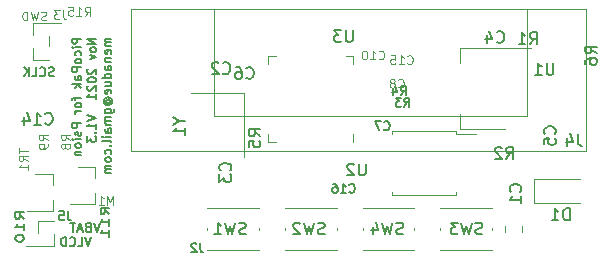
<source format=gbr>
G04 #@! TF.GenerationSoftware,KiCad,Pcbnew,5.1.5+dfsg1-2build2*
G04 #@! TF.CreationDate,2021-11-14T16:11:09+00:00*
G04 #@! TF.ProjectId,picopak,7069636f-7061-46b2-9e6b-696361645f70,rev?*
G04 #@! TF.SameCoordinates,Original*
G04 #@! TF.FileFunction,Legend,Bot*
G04 #@! TF.FilePolarity,Positive*
%FSLAX46Y46*%
G04 Gerber Fmt 4.6, Leading zero omitted, Abs format (unit mm)*
G04 Created by KiCad (PCBNEW 5.1.5+dfsg1-2build2) date 2021-11-14 16:11:09*
%MOMM*%
%LPD*%
G04 APERTURE LIST*
%ADD10C,0.150000*%
%ADD11C,0.100000*%
%ADD12C,0.120000*%
G04 APERTURE END LIST*
D10*
X167132142Y-87289285D02*
X166882142Y-88039285D01*
X166632142Y-87289285D01*
X166132142Y-87646428D02*
X166025000Y-87682142D01*
X165989285Y-87717857D01*
X165953571Y-87789285D01*
X165953571Y-87896428D01*
X165989285Y-87967857D01*
X166025000Y-88003571D01*
X166096428Y-88039285D01*
X166382142Y-88039285D01*
X166382142Y-87289285D01*
X166132142Y-87289285D01*
X166060714Y-87325000D01*
X166025000Y-87360714D01*
X165989285Y-87432142D01*
X165989285Y-87503571D01*
X166025000Y-87575000D01*
X166060714Y-87610714D01*
X166132142Y-87646428D01*
X166382142Y-87646428D01*
X165667857Y-87825000D02*
X165310714Y-87825000D01*
X165739285Y-88039285D02*
X165489285Y-87289285D01*
X165239285Y-88039285D01*
X165096428Y-87289285D02*
X164667857Y-87289285D01*
X164882142Y-88039285D02*
X164882142Y-87289285D01*
X166403571Y-88489285D02*
X166153571Y-89239285D01*
X165903571Y-88489285D01*
X165296428Y-89239285D02*
X165653571Y-89239285D01*
X165653571Y-88489285D01*
X164617857Y-89167857D02*
X164653571Y-89203571D01*
X164760714Y-89239285D01*
X164832142Y-89239285D01*
X164939285Y-89203571D01*
X165010714Y-89132142D01*
X165046428Y-89060714D01*
X165082142Y-88917857D01*
X165082142Y-88810714D01*
X165046428Y-88667857D01*
X165010714Y-88596428D01*
X164939285Y-88525000D01*
X164832142Y-88489285D01*
X164760714Y-88489285D01*
X164653571Y-88525000D01*
X164617857Y-88560714D01*
X164296428Y-89239285D02*
X164296428Y-88489285D01*
X164117857Y-88489285D01*
X164010714Y-88525000D01*
X163939285Y-88596428D01*
X163903571Y-88667857D01*
X163867857Y-88810714D01*
X163867857Y-88917857D01*
X163903571Y-89060714D01*
X163939285Y-89132142D01*
X164010714Y-89203571D01*
X164117857Y-89239285D01*
X164296428Y-89239285D01*
X165564285Y-71676071D02*
X164814285Y-71676071D01*
X164814285Y-71961785D01*
X164850000Y-72033214D01*
X164885714Y-72068928D01*
X164957142Y-72104642D01*
X165064285Y-72104642D01*
X165135714Y-72068928D01*
X165171428Y-72033214D01*
X165207142Y-71961785D01*
X165207142Y-71676071D01*
X165564285Y-72426071D02*
X165064285Y-72426071D01*
X164814285Y-72426071D02*
X164850000Y-72390357D01*
X164885714Y-72426071D01*
X164850000Y-72461785D01*
X164814285Y-72426071D01*
X164885714Y-72426071D01*
X165528571Y-73104642D02*
X165564285Y-73033214D01*
X165564285Y-72890357D01*
X165528571Y-72818928D01*
X165492857Y-72783214D01*
X165421428Y-72747500D01*
X165207142Y-72747500D01*
X165135714Y-72783214D01*
X165100000Y-72818928D01*
X165064285Y-72890357D01*
X165064285Y-73033214D01*
X165100000Y-73104642D01*
X165564285Y-73533214D02*
X165528571Y-73461785D01*
X165492857Y-73426071D01*
X165421428Y-73390357D01*
X165207142Y-73390357D01*
X165135714Y-73426071D01*
X165100000Y-73461785D01*
X165064285Y-73533214D01*
X165064285Y-73640357D01*
X165100000Y-73711785D01*
X165135714Y-73747500D01*
X165207142Y-73783214D01*
X165421428Y-73783214D01*
X165492857Y-73747500D01*
X165528571Y-73711785D01*
X165564285Y-73640357D01*
X165564285Y-73533214D01*
X165564285Y-74104642D02*
X164814285Y-74104642D01*
X164814285Y-74390357D01*
X164850000Y-74461785D01*
X164885714Y-74497500D01*
X164957142Y-74533214D01*
X165064285Y-74533214D01*
X165135714Y-74497500D01*
X165171428Y-74461785D01*
X165207142Y-74390357D01*
X165207142Y-74104642D01*
X165564285Y-75176071D02*
X165171428Y-75176071D01*
X165100000Y-75140357D01*
X165064285Y-75068928D01*
X165064285Y-74926071D01*
X165100000Y-74854642D01*
X165528571Y-75176071D02*
X165564285Y-75104642D01*
X165564285Y-74926071D01*
X165528571Y-74854642D01*
X165457142Y-74818928D01*
X165385714Y-74818928D01*
X165314285Y-74854642D01*
X165278571Y-74926071D01*
X165278571Y-75104642D01*
X165242857Y-75176071D01*
X165564285Y-75533214D02*
X164814285Y-75533214D01*
X165278571Y-75604642D02*
X165564285Y-75818928D01*
X165064285Y-75818928D02*
X165350000Y-75533214D01*
X165064285Y-76604642D02*
X165064285Y-76890357D01*
X165564285Y-76711785D02*
X164921428Y-76711785D01*
X164850000Y-76747500D01*
X164814285Y-76818928D01*
X164814285Y-76890357D01*
X165564285Y-77247500D02*
X165528571Y-77176071D01*
X165492857Y-77140357D01*
X165421428Y-77104642D01*
X165207142Y-77104642D01*
X165135714Y-77140357D01*
X165100000Y-77176071D01*
X165064285Y-77247500D01*
X165064285Y-77354642D01*
X165100000Y-77426071D01*
X165135714Y-77461785D01*
X165207142Y-77497500D01*
X165421428Y-77497500D01*
X165492857Y-77461785D01*
X165528571Y-77426071D01*
X165564285Y-77354642D01*
X165564285Y-77247500D01*
X165564285Y-77818928D02*
X165064285Y-77818928D01*
X165207142Y-77818928D02*
X165135714Y-77854642D01*
X165100000Y-77890357D01*
X165064285Y-77961785D01*
X165064285Y-78033214D01*
X165564285Y-78854642D02*
X164814285Y-78854642D01*
X164814285Y-79140357D01*
X164850000Y-79211785D01*
X164885714Y-79247500D01*
X164957142Y-79283214D01*
X165064285Y-79283214D01*
X165135714Y-79247500D01*
X165171428Y-79211785D01*
X165207142Y-79140357D01*
X165207142Y-78854642D01*
X165528571Y-79568928D02*
X165564285Y-79640357D01*
X165564285Y-79783214D01*
X165528571Y-79854642D01*
X165457142Y-79890357D01*
X165421428Y-79890357D01*
X165350000Y-79854642D01*
X165314285Y-79783214D01*
X165314285Y-79676071D01*
X165278571Y-79604642D01*
X165207142Y-79568928D01*
X165171428Y-79568928D01*
X165100000Y-79604642D01*
X165064285Y-79676071D01*
X165064285Y-79783214D01*
X165100000Y-79854642D01*
X165564285Y-80211785D02*
X165064285Y-80211785D01*
X164814285Y-80211785D02*
X164850000Y-80176071D01*
X164885714Y-80211785D01*
X164850000Y-80247500D01*
X164814285Y-80211785D01*
X164885714Y-80211785D01*
X165564285Y-80676071D02*
X165528571Y-80604642D01*
X165492857Y-80568928D01*
X165421428Y-80533214D01*
X165207142Y-80533214D01*
X165135714Y-80568928D01*
X165100000Y-80604642D01*
X165064285Y-80676071D01*
X165064285Y-80783214D01*
X165100000Y-80854642D01*
X165135714Y-80890357D01*
X165207142Y-80926071D01*
X165421428Y-80926071D01*
X165492857Y-80890357D01*
X165528571Y-80854642D01*
X165564285Y-80783214D01*
X165564285Y-80676071D01*
X165064285Y-81247500D02*
X165564285Y-81247500D01*
X165135714Y-81247500D02*
X165100000Y-81283214D01*
X165064285Y-81354642D01*
X165064285Y-81461785D01*
X165100000Y-81533214D01*
X165171428Y-81568928D01*
X165564285Y-81568928D01*
X166839285Y-71676071D02*
X166089285Y-71676071D01*
X166839285Y-72104642D01*
X166089285Y-72104642D01*
X166839285Y-72568928D02*
X166803571Y-72497500D01*
X166767857Y-72461785D01*
X166696428Y-72426071D01*
X166482142Y-72426071D01*
X166410714Y-72461785D01*
X166375000Y-72497500D01*
X166339285Y-72568928D01*
X166339285Y-72676071D01*
X166375000Y-72747500D01*
X166410714Y-72783214D01*
X166482142Y-72818928D01*
X166696428Y-72818928D01*
X166767857Y-72783214D01*
X166803571Y-72747500D01*
X166839285Y-72676071D01*
X166839285Y-72568928D01*
X166339285Y-73068928D02*
X166839285Y-73247500D01*
X166339285Y-73426071D01*
X166160714Y-74247500D02*
X166125000Y-74283214D01*
X166089285Y-74354642D01*
X166089285Y-74533214D01*
X166125000Y-74604642D01*
X166160714Y-74640357D01*
X166232142Y-74676071D01*
X166303571Y-74676071D01*
X166410714Y-74640357D01*
X166839285Y-74211785D01*
X166839285Y-74676071D01*
X166089285Y-75140357D02*
X166089285Y-75211785D01*
X166125000Y-75283214D01*
X166160714Y-75318928D01*
X166232142Y-75354642D01*
X166375000Y-75390357D01*
X166553571Y-75390357D01*
X166696428Y-75354642D01*
X166767857Y-75318928D01*
X166803571Y-75283214D01*
X166839285Y-75211785D01*
X166839285Y-75140357D01*
X166803571Y-75068928D01*
X166767857Y-75033214D01*
X166696428Y-74997500D01*
X166553571Y-74961785D01*
X166375000Y-74961785D01*
X166232142Y-74997500D01*
X166160714Y-75033214D01*
X166125000Y-75068928D01*
X166089285Y-75140357D01*
X166160714Y-75676071D02*
X166125000Y-75711785D01*
X166089285Y-75783214D01*
X166089285Y-75961785D01*
X166125000Y-76033214D01*
X166160714Y-76068928D01*
X166232142Y-76104642D01*
X166303571Y-76104642D01*
X166410714Y-76068928D01*
X166839285Y-75640357D01*
X166839285Y-76104642D01*
X166839285Y-76818928D02*
X166839285Y-76390357D01*
X166839285Y-76604642D02*
X166089285Y-76604642D01*
X166196428Y-76533214D01*
X166267857Y-76461785D01*
X166303571Y-76390357D01*
X166089285Y-78176071D02*
X166839285Y-78426071D01*
X166089285Y-78676071D01*
X166839285Y-79318928D02*
X166839285Y-78890357D01*
X166839285Y-79104642D02*
X166089285Y-79104642D01*
X166196428Y-79033214D01*
X166267857Y-78961785D01*
X166303571Y-78890357D01*
X166767857Y-79640357D02*
X166803571Y-79676071D01*
X166839285Y-79640357D01*
X166803571Y-79604642D01*
X166767857Y-79640357D01*
X166839285Y-79640357D01*
X166089285Y-79926071D02*
X166089285Y-80390357D01*
X166375000Y-80140357D01*
X166375000Y-80247500D01*
X166410714Y-80318928D01*
X166446428Y-80354642D01*
X166517857Y-80390357D01*
X166696428Y-80390357D01*
X166767857Y-80354642D01*
X166803571Y-80318928D01*
X166839285Y-80247500D01*
X166839285Y-80033214D01*
X166803571Y-79961785D01*
X166767857Y-79926071D01*
X168114285Y-71676071D02*
X167614285Y-71676071D01*
X167685714Y-71676071D02*
X167650000Y-71711785D01*
X167614285Y-71783214D01*
X167614285Y-71890357D01*
X167650000Y-71961785D01*
X167721428Y-71997500D01*
X168114285Y-71997500D01*
X167721428Y-71997500D02*
X167650000Y-72033214D01*
X167614285Y-72104642D01*
X167614285Y-72211785D01*
X167650000Y-72283214D01*
X167721428Y-72318928D01*
X168114285Y-72318928D01*
X168078571Y-72961785D02*
X168114285Y-72890357D01*
X168114285Y-72747500D01*
X168078571Y-72676071D01*
X168007142Y-72640357D01*
X167721428Y-72640357D01*
X167650000Y-72676071D01*
X167614285Y-72747500D01*
X167614285Y-72890357D01*
X167650000Y-72961785D01*
X167721428Y-72997500D01*
X167792857Y-72997500D01*
X167864285Y-72640357D01*
X167614285Y-73318928D02*
X168114285Y-73318928D01*
X167685714Y-73318928D02*
X167650000Y-73354642D01*
X167614285Y-73426071D01*
X167614285Y-73533214D01*
X167650000Y-73604642D01*
X167721428Y-73640357D01*
X168114285Y-73640357D01*
X168114285Y-74318928D02*
X167721428Y-74318928D01*
X167650000Y-74283214D01*
X167614285Y-74211785D01*
X167614285Y-74068928D01*
X167650000Y-73997500D01*
X168078571Y-74318928D02*
X168114285Y-74247500D01*
X168114285Y-74068928D01*
X168078571Y-73997500D01*
X168007142Y-73961785D01*
X167935714Y-73961785D01*
X167864285Y-73997500D01*
X167828571Y-74068928D01*
X167828571Y-74247500D01*
X167792857Y-74318928D01*
X168114285Y-74997500D02*
X167364285Y-74997500D01*
X168078571Y-74997500D02*
X168114285Y-74926071D01*
X168114285Y-74783214D01*
X168078571Y-74711785D01*
X168042857Y-74676071D01*
X167971428Y-74640357D01*
X167757142Y-74640357D01*
X167685714Y-74676071D01*
X167650000Y-74711785D01*
X167614285Y-74783214D01*
X167614285Y-74926071D01*
X167650000Y-74997500D01*
X167614285Y-75676071D02*
X168114285Y-75676071D01*
X167614285Y-75354642D02*
X168007142Y-75354642D01*
X168078571Y-75390357D01*
X168114285Y-75461785D01*
X168114285Y-75568928D01*
X168078571Y-75640357D01*
X168042857Y-75676071D01*
X168078571Y-76318928D02*
X168114285Y-76247500D01*
X168114285Y-76104642D01*
X168078571Y-76033214D01*
X168007142Y-75997500D01*
X167721428Y-75997500D01*
X167650000Y-76033214D01*
X167614285Y-76104642D01*
X167614285Y-76247500D01*
X167650000Y-76318928D01*
X167721428Y-76354642D01*
X167792857Y-76354642D01*
X167864285Y-75997500D01*
X167757142Y-77140357D02*
X167721428Y-77104642D01*
X167685714Y-77033214D01*
X167685714Y-76961785D01*
X167721428Y-76890357D01*
X167757142Y-76854642D01*
X167828571Y-76818928D01*
X167900000Y-76818928D01*
X167971428Y-76854642D01*
X168007142Y-76890357D01*
X168042857Y-76961785D01*
X168042857Y-77033214D01*
X168007142Y-77104642D01*
X167971428Y-77140357D01*
X167685714Y-77140357D02*
X167971428Y-77140357D01*
X168007142Y-77176071D01*
X168007142Y-77211785D01*
X167971428Y-77283214D01*
X167900000Y-77318928D01*
X167721428Y-77318928D01*
X167614285Y-77247500D01*
X167542857Y-77140357D01*
X167507142Y-76997500D01*
X167542857Y-76854642D01*
X167614285Y-76747500D01*
X167721428Y-76676071D01*
X167864285Y-76640357D01*
X168007142Y-76676071D01*
X168114285Y-76747500D01*
X168185714Y-76854642D01*
X168221428Y-76997500D01*
X168185714Y-77140357D01*
X168114285Y-77247500D01*
X167614285Y-77961785D02*
X168221428Y-77961785D01*
X168292857Y-77926071D01*
X168328571Y-77890357D01*
X168364285Y-77818928D01*
X168364285Y-77711785D01*
X168328571Y-77640357D01*
X168078571Y-77961785D02*
X168114285Y-77890357D01*
X168114285Y-77747500D01*
X168078571Y-77676071D01*
X168042857Y-77640357D01*
X167971428Y-77604642D01*
X167757142Y-77604642D01*
X167685714Y-77640357D01*
X167650000Y-77676071D01*
X167614285Y-77747500D01*
X167614285Y-77890357D01*
X167650000Y-77961785D01*
X168114285Y-78318928D02*
X167614285Y-78318928D01*
X167685714Y-78318928D02*
X167650000Y-78354642D01*
X167614285Y-78426071D01*
X167614285Y-78533214D01*
X167650000Y-78604642D01*
X167721428Y-78640357D01*
X168114285Y-78640357D01*
X167721428Y-78640357D02*
X167650000Y-78676071D01*
X167614285Y-78747500D01*
X167614285Y-78854642D01*
X167650000Y-78926071D01*
X167721428Y-78961785D01*
X168114285Y-78961785D01*
X168114285Y-79640357D02*
X167721428Y-79640357D01*
X167650000Y-79604642D01*
X167614285Y-79533214D01*
X167614285Y-79390357D01*
X167650000Y-79318928D01*
X168078571Y-79640357D02*
X168114285Y-79568928D01*
X168114285Y-79390357D01*
X168078571Y-79318928D01*
X168007142Y-79283214D01*
X167935714Y-79283214D01*
X167864285Y-79318928D01*
X167828571Y-79390357D01*
X167828571Y-79568928D01*
X167792857Y-79640357D01*
X168114285Y-79997500D02*
X167614285Y-79997500D01*
X167364285Y-79997500D02*
X167400000Y-79961785D01*
X167435714Y-79997500D01*
X167400000Y-80033214D01*
X167364285Y-79997500D01*
X167435714Y-79997500D01*
X168114285Y-80461785D02*
X168078571Y-80390357D01*
X168007142Y-80354642D01*
X167364285Y-80354642D01*
X168042857Y-80747500D02*
X168078571Y-80783214D01*
X168114285Y-80747500D01*
X168078571Y-80711785D01*
X168042857Y-80747500D01*
X168114285Y-80747500D01*
X168078571Y-81426071D02*
X168114285Y-81354642D01*
X168114285Y-81211785D01*
X168078571Y-81140357D01*
X168042857Y-81104642D01*
X167971428Y-81068928D01*
X167757142Y-81068928D01*
X167685714Y-81104642D01*
X167650000Y-81140357D01*
X167614285Y-81211785D01*
X167614285Y-81354642D01*
X167650000Y-81426071D01*
X168114285Y-81854642D02*
X168078571Y-81783214D01*
X168042857Y-81747500D01*
X167971428Y-81711785D01*
X167757142Y-81711785D01*
X167685714Y-81747500D01*
X167650000Y-81783214D01*
X167614285Y-81854642D01*
X167614285Y-81961785D01*
X167650000Y-82033214D01*
X167685714Y-82068928D01*
X167757142Y-82104642D01*
X167971428Y-82104642D01*
X168042857Y-82068928D01*
X168078571Y-82033214D01*
X168114285Y-81961785D01*
X168114285Y-81854642D01*
X168114285Y-82426071D02*
X167614285Y-82426071D01*
X167685714Y-82426071D02*
X167650000Y-82461785D01*
X167614285Y-82533214D01*
X167614285Y-82640357D01*
X167650000Y-82711785D01*
X167721428Y-82747500D01*
X168114285Y-82747500D01*
X167721428Y-82747500D02*
X167650000Y-82783214D01*
X167614285Y-82854642D01*
X167614285Y-82961785D01*
X167650000Y-83033214D01*
X167721428Y-83068928D01*
X168114285Y-83068928D01*
X163267857Y-74803571D02*
X163160714Y-74839285D01*
X162982142Y-74839285D01*
X162910714Y-74803571D01*
X162875000Y-74767857D01*
X162839285Y-74696428D01*
X162839285Y-74625000D01*
X162875000Y-74553571D01*
X162910714Y-74517857D01*
X162982142Y-74482142D01*
X163125000Y-74446428D01*
X163196428Y-74410714D01*
X163232142Y-74375000D01*
X163267857Y-74303571D01*
X163267857Y-74232142D01*
X163232142Y-74160714D01*
X163196428Y-74125000D01*
X163125000Y-74089285D01*
X162946428Y-74089285D01*
X162839285Y-74125000D01*
X162089285Y-74767857D02*
X162125000Y-74803571D01*
X162232142Y-74839285D01*
X162303571Y-74839285D01*
X162410714Y-74803571D01*
X162482142Y-74732142D01*
X162517857Y-74660714D01*
X162553571Y-74517857D01*
X162553571Y-74410714D01*
X162517857Y-74267857D01*
X162482142Y-74196428D01*
X162410714Y-74125000D01*
X162303571Y-74089285D01*
X162232142Y-74089285D01*
X162125000Y-74125000D01*
X162089285Y-74160714D01*
X161410714Y-74839285D02*
X161767857Y-74839285D01*
X161767857Y-74089285D01*
X161160714Y-74839285D02*
X161160714Y-74089285D01*
X160732142Y-74839285D02*
X161053571Y-74410714D01*
X160732142Y-74089285D02*
X161160714Y-74517857D01*
D11*
X162617857Y-70103571D02*
X162510714Y-70139285D01*
X162332142Y-70139285D01*
X162260714Y-70103571D01*
X162225000Y-70067857D01*
X162189285Y-69996428D01*
X162189285Y-69925000D01*
X162225000Y-69853571D01*
X162260714Y-69817857D01*
X162332142Y-69782142D01*
X162475000Y-69746428D01*
X162546428Y-69710714D01*
X162582142Y-69675000D01*
X162617857Y-69603571D01*
X162617857Y-69532142D01*
X162582142Y-69460714D01*
X162546428Y-69425000D01*
X162475000Y-69389285D01*
X162296428Y-69389285D01*
X162189285Y-69425000D01*
X161939285Y-69389285D02*
X161760714Y-70139285D01*
X161617857Y-69603571D01*
X161475000Y-70139285D01*
X161296428Y-69389285D01*
X161010714Y-70139285D02*
X161010714Y-69389285D01*
X160832142Y-69389285D01*
X160725000Y-69425000D01*
X160653571Y-69496428D01*
X160617857Y-69567857D01*
X160582142Y-69710714D01*
X160582142Y-69817857D01*
X160617857Y-69960714D01*
X160653571Y-70032142D01*
X160725000Y-70103571D01*
X160832142Y-70139285D01*
X161010714Y-70139285D01*
D12*
X166760000Y-82520000D02*
X165300000Y-82520000D01*
X166760000Y-85680000D02*
X164600000Y-85680000D01*
X166760000Y-85680000D02*
X166760000Y-84750000D01*
X166760000Y-82520000D02*
X166760000Y-83450000D01*
X163160000Y-83120000D02*
X161700000Y-83120000D01*
X163160000Y-86280000D02*
X161000000Y-86280000D01*
X163160000Y-86280000D02*
X163160000Y-85350000D01*
X163160000Y-83120000D02*
X163160000Y-84050000D01*
X161905000Y-88140000D02*
X161905000Y-87140000D01*
X163295000Y-89260000D02*
X163295000Y-88260000D01*
X163295000Y-87140000D02*
X163295000Y-87140000D01*
X161905000Y-89260000D02*
X161905000Y-89260000D01*
X161905000Y-89260000D02*
X160910000Y-89260000D01*
X161905000Y-87140000D02*
X163295000Y-87140000D01*
X161905000Y-89260000D02*
X163295000Y-89260000D01*
X203950000Y-85600000D02*
X207850000Y-85600000D01*
X203950000Y-83600000D02*
X207850000Y-83600000D01*
X203950000Y-85600000D02*
X203950000Y-83600000D01*
X162895000Y-71460000D02*
X162895000Y-72340000D01*
X161505000Y-72460000D02*
X161505000Y-73460000D01*
X161505000Y-70340000D02*
X161505000Y-71340000D01*
X161505000Y-73460000D02*
X161505000Y-73460000D01*
X162895000Y-70340000D02*
X162895000Y-70340000D01*
X162895000Y-70340000D02*
X163890000Y-70340000D01*
X162895000Y-73460000D02*
X161505000Y-73460000D01*
X162895000Y-70340000D02*
X161505000Y-70340000D01*
X188610000Y-73840000D02*
X188610000Y-73190000D01*
X188610000Y-73190000D02*
X187960000Y-73190000D01*
X181390000Y-79760000D02*
X181390000Y-80410000D01*
X181390000Y-80410000D02*
X182040000Y-80410000D01*
X181390000Y-73840000D02*
X181390000Y-73190000D01*
X181390000Y-73190000D02*
X182040000Y-73190000D01*
X188610000Y-79760000D02*
X188610000Y-80410000D01*
X179400000Y-76300000D02*
X179400000Y-81700000D01*
X174900000Y-76300000D02*
X179400000Y-76300000D01*
X203300000Y-69200000D02*
X203300000Y-69700000D01*
X208300000Y-69200000D02*
X203300000Y-69200000D01*
X176800000Y-69200000D02*
X176800000Y-78200000D01*
X203300000Y-69200000D02*
X176800000Y-69200000D01*
X203300000Y-78200000D02*
X203300000Y-69200000D01*
X176800000Y-78200000D02*
X203300000Y-78200000D01*
X169800000Y-81200000D02*
X208300000Y-81200000D01*
X169800000Y-69200000D02*
X169800000Y-81200000D01*
X208300000Y-69200000D02*
X169800000Y-69200000D01*
X208300000Y-81200000D02*
X208300000Y-69200000D01*
X193800000Y-87850000D02*
X193800000Y-87750000D01*
X189400000Y-86050000D02*
X193800000Y-86050000D01*
X193800000Y-89550000D02*
X189400000Y-89550000D01*
X189400000Y-87850000D02*
X189400000Y-87750000D01*
X200400000Y-87850000D02*
X200400000Y-87750000D01*
X196000000Y-86050000D02*
X200400000Y-86050000D01*
X200400000Y-89550000D02*
X196000000Y-89550000D01*
X196000000Y-87850000D02*
X196000000Y-87750000D01*
X187200000Y-87850000D02*
X187200000Y-87750000D01*
X182800000Y-86050000D02*
X187200000Y-86050000D01*
X187200000Y-89550000D02*
X182800000Y-89550000D01*
X182800000Y-87850000D02*
X182800000Y-87750000D01*
X180600000Y-87850000D02*
X180600000Y-87750000D01*
X176200000Y-86050000D02*
X180600000Y-86050000D01*
X180600000Y-89550000D02*
X176200000Y-89550000D01*
X176200000Y-87850000D02*
X176200000Y-87750000D01*
X197325000Y-79735000D02*
X199000000Y-79735000D01*
X197325000Y-79475000D02*
X197325000Y-79735000D01*
X194600000Y-79475000D02*
X197325000Y-79475000D01*
X191875000Y-79475000D02*
X191875000Y-79735000D01*
X194600000Y-79475000D02*
X191875000Y-79475000D01*
X197325000Y-84925000D02*
X197325000Y-84665000D01*
X194600000Y-84925000D02*
X197325000Y-84925000D01*
X191875000Y-84925000D02*
X191875000Y-84665000D01*
X194600000Y-84925000D02*
X191875000Y-84925000D01*
X203700000Y-72490000D02*
X197690000Y-72490000D01*
X201450000Y-79310000D02*
X197690000Y-79310000D01*
X197690000Y-72490000D02*
X197690000Y-73750000D01*
X197690000Y-79310000D02*
X197690000Y-78050000D01*
X202910000Y-87541422D02*
X202910000Y-88058578D01*
X201490000Y-87541422D02*
X201490000Y-88058578D01*
D11*
X168307142Y-85739285D02*
X168307142Y-84989285D01*
X168057142Y-85525000D01*
X167807142Y-84989285D01*
X167807142Y-85739285D01*
X167057142Y-85739285D02*
X167485714Y-85739285D01*
X167271428Y-85739285D02*
X167271428Y-84989285D01*
X167342857Y-85096428D01*
X167414285Y-85167857D01*
X167485714Y-85203571D01*
D10*
X167916666Y-86557142D02*
X167583333Y-86223809D01*
X167916666Y-85985714D02*
X167216666Y-85985714D01*
X167216666Y-86366666D01*
X167250000Y-86461904D01*
X167283333Y-86509523D01*
X167350000Y-86557142D01*
X167450000Y-86557142D01*
X167516666Y-86509523D01*
X167550000Y-86461904D01*
X167583333Y-86366666D01*
X167583333Y-85985714D01*
X167916666Y-87509523D02*
X167916666Y-86938095D01*
X167916666Y-87223809D02*
X167216666Y-87223809D01*
X167316666Y-87128571D01*
X167383333Y-87033333D01*
X167416666Y-86938095D01*
X167916666Y-88461904D02*
X167916666Y-87890476D01*
X167916666Y-88176190D02*
X167216666Y-88176190D01*
X167316666Y-88080952D01*
X167383333Y-87985714D01*
X167416666Y-87890476D01*
X160716666Y-86957142D02*
X160383333Y-86623809D01*
X160716666Y-86385714D02*
X160016666Y-86385714D01*
X160016666Y-86766666D01*
X160050000Y-86861904D01*
X160083333Y-86909523D01*
X160150000Y-86957142D01*
X160250000Y-86957142D01*
X160316666Y-86909523D01*
X160350000Y-86861904D01*
X160383333Y-86766666D01*
X160383333Y-86385714D01*
X160716666Y-87909523D02*
X160716666Y-87338095D01*
X160716666Y-87623809D02*
X160016666Y-87623809D01*
X160116666Y-87528571D01*
X160183333Y-87433333D01*
X160216666Y-87338095D01*
X160016666Y-88528571D02*
X160016666Y-88623809D01*
X160050000Y-88719047D01*
X160083333Y-88766666D01*
X160150000Y-88814285D01*
X160283333Y-88861904D01*
X160450000Y-88861904D01*
X160583333Y-88814285D01*
X160650000Y-88766666D01*
X160683333Y-88719047D01*
X160716666Y-88623809D01*
X160716666Y-88528571D01*
X160683333Y-88433333D01*
X160650000Y-88385714D01*
X160583333Y-88338095D01*
X160450000Y-88290476D01*
X160283333Y-88290476D01*
X160150000Y-88338095D01*
X160083333Y-88385714D01*
X160050000Y-88433333D01*
X160016666Y-88528571D01*
D11*
X162739285Y-80275000D02*
X162382142Y-80025000D01*
X162739285Y-79846428D02*
X161989285Y-79846428D01*
X161989285Y-80132142D01*
X162025000Y-80203571D01*
X162060714Y-80239285D01*
X162132142Y-80275000D01*
X162239285Y-80275000D01*
X162310714Y-80239285D01*
X162346428Y-80203571D01*
X162382142Y-80132142D01*
X162382142Y-79846428D01*
X162739285Y-80632142D02*
X162739285Y-80775000D01*
X162703571Y-80846428D01*
X162667857Y-80882142D01*
X162560714Y-80953571D01*
X162417857Y-80989285D01*
X162132142Y-80989285D01*
X162060714Y-80953571D01*
X162025000Y-80917857D01*
X161989285Y-80846428D01*
X161989285Y-80703571D01*
X162025000Y-80632142D01*
X162060714Y-80596428D01*
X162132142Y-80560714D01*
X162310714Y-80560714D01*
X162382142Y-80596428D01*
X162417857Y-80632142D01*
X162453571Y-80703571D01*
X162453571Y-80846428D01*
X162417857Y-80917857D01*
X162382142Y-80953571D01*
X162310714Y-80989285D01*
X164639285Y-80275000D02*
X164282142Y-80025000D01*
X164639285Y-79846428D02*
X163889285Y-79846428D01*
X163889285Y-80132142D01*
X163925000Y-80203571D01*
X163960714Y-80239285D01*
X164032142Y-80275000D01*
X164139285Y-80275000D01*
X164210714Y-80239285D01*
X164246428Y-80203571D01*
X164282142Y-80132142D01*
X164282142Y-79846428D01*
X164210714Y-80703571D02*
X164175000Y-80632142D01*
X164139285Y-80596428D01*
X164067857Y-80560714D01*
X164032142Y-80560714D01*
X163960714Y-80596428D01*
X163925000Y-80632142D01*
X163889285Y-80703571D01*
X163889285Y-80846428D01*
X163925000Y-80917857D01*
X163960714Y-80953571D01*
X164032142Y-80989285D01*
X164067857Y-80989285D01*
X164139285Y-80953571D01*
X164175000Y-80917857D01*
X164210714Y-80846428D01*
X164210714Y-80703571D01*
X164246428Y-80632142D01*
X164282142Y-80596428D01*
X164353571Y-80560714D01*
X164496428Y-80560714D01*
X164567857Y-80596428D01*
X164603571Y-80632142D01*
X164639285Y-80703571D01*
X164639285Y-80846428D01*
X164603571Y-80917857D01*
X164567857Y-80953571D01*
X164496428Y-80989285D01*
X164353571Y-80989285D01*
X164282142Y-80953571D01*
X164246428Y-80917857D01*
X164210714Y-80846428D01*
X160289285Y-80953571D02*
X160289285Y-81382142D01*
X161039285Y-81167857D02*
X160289285Y-81167857D01*
X161039285Y-82060714D02*
X160682142Y-81810714D01*
X161039285Y-81632142D02*
X160289285Y-81632142D01*
X160289285Y-81917857D01*
X160325000Y-81989285D01*
X160360714Y-82025000D01*
X160432142Y-82060714D01*
X160539285Y-82060714D01*
X160610714Y-82025000D01*
X160646428Y-81989285D01*
X160682142Y-81917857D01*
X160682142Y-81632142D01*
X161039285Y-82775000D02*
X161039285Y-82346428D01*
X161039285Y-82560714D02*
X160289285Y-82560714D01*
X160396428Y-82489285D01*
X160467857Y-82417857D01*
X160503571Y-82346428D01*
D10*
X164450000Y-86289285D02*
X164450000Y-86825000D01*
X164485714Y-86932142D01*
X164557142Y-87003571D01*
X164664285Y-87039285D01*
X164735714Y-87039285D01*
X163735714Y-86289285D02*
X164092857Y-86289285D01*
X164128571Y-86646428D01*
X164092857Y-86610714D01*
X164021428Y-86575000D01*
X163842857Y-86575000D01*
X163771428Y-86610714D01*
X163735714Y-86646428D01*
X163700000Y-86717857D01*
X163700000Y-86896428D01*
X163735714Y-86967857D01*
X163771428Y-87003571D01*
X163842857Y-87039285D01*
X164021428Y-87039285D01*
X164092857Y-87003571D01*
X164128571Y-86967857D01*
X206938095Y-87052380D02*
X206938095Y-86052380D01*
X206700000Y-86052380D01*
X206557142Y-86100000D01*
X206461904Y-86195238D01*
X206414285Y-86290476D01*
X206366666Y-86480952D01*
X206366666Y-86623809D01*
X206414285Y-86814285D01*
X206461904Y-86909523D01*
X206557142Y-87004761D01*
X206700000Y-87052380D01*
X206938095Y-87052380D01*
X205414285Y-87052380D02*
X205985714Y-87052380D01*
X205700000Y-87052380D02*
X205700000Y-86052380D01*
X205795238Y-86195238D01*
X205890476Y-86290476D01*
X205985714Y-86338095D01*
D11*
X164050000Y-69289285D02*
X164050000Y-69825000D01*
X164085714Y-69932142D01*
X164157142Y-70003571D01*
X164264285Y-70039285D01*
X164335714Y-70039285D01*
X163764285Y-69289285D02*
X163300000Y-69289285D01*
X163550000Y-69575000D01*
X163442857Y-69575000D01*
X163371428Y-69610714D01*
X163335714Y-69646428D01*
X163300000Y-69717857D01*
X163300000Y-69896428D01*
X163335714Y-69967857D01*
X163371428Y-70003571D01*
X163442857Y-70039285D01*
X163657142Y-70039285D01*
X163728571Y-70003571D01*
X163764285Y-69967857D01*
D10*
X200766666Y-71957142D02*
X200814285Y-72004761D01*
X200957142Y-72052380D01*
X201052380Y-72052380D01*
X201195238Y-72004761D01*
X201290476Y-71909523D01*
X201338095Y-71814285D01*
X201385714Y-71623809D01*
X201385714Y-71480952D01*
X201338095Y-71290476D01*
X201290476Y-71195238D01*
X201195238Y-71100000D01*
X201052380Y-71052380D01*
X200957142Y-71052380D01*
X200814285Y-71100000D01*
X200766666Y-71147619D01*
X199909523Y-71385714D02*
X199909523Y-72052380D01*
X200147619Y-71004761D02*
X200385714Y-71719047D01*
X199766666Y-71719047D01*
X177566666Y-74587142D02*
X177614285Y-74634761D01*
X177757142Y-74682380D01*
X177852380Y-74682380D01*
X177995238Y-74634761D01*
X178090476Y-74539523D01*
X178138095Y-74444285D01*
X178185714Y-74253809D01*
X178185714Y-74110952D01*
X178138095Y-73920476D01*
X178090476Y-73825238D01*
X177995238Y-73730000D01*
X177852380Y-73682380D01*
X177757142Y-73682380D01*
X177614285Y-73730000D01*
X177566666Y-73777619D01*
X177185714Y-73777619D02*
X177138095Y-73730000D01*
X177042857Y-73682380D01*
X176804761Y-73682380D01*
X176709523Y-73730000D01*
X176661904Y-73777619D01*
X176614285Y-73872857D01*
X176614285Y-73968095D01*
X176661904Y-74110952D01*
X177233333Y-74682380D01*
X176614285Y-74682380D01*
X178187142Y-82833333D02*
X178234761Y-82785714D01*
X178282380Y-82642857D01*
X178282380Y-82547619D01*
X178234761Y-82404761D01*
X178139523Y-82309523D01*
X178044285Y-82261904D01*
X177853809Y-82214285D01*
X177710952Y-82214285D01*
X177520476Y-82261904D01*
X177425238Y-82309523D01*
X177330000Y-82404761D01*
X177282380Y-82547619D01*
X177282380Y-82642857D01*
X177330000Y-82785714D01*
X177377619Y-82833333D01*
X177282380Y-83166666D02*
X177282380Y-83785714D01*
X177663333Y-83452380D01*
X177663333Y-83595238D01*
X177710952Y-83690476D01*
X177758571Y-83738095D01*
X177853809Y-83785714D01*
X178091904Y-83785714D01*
X178187142Y-83738095D01*
X178234761Y-83690476D01*
X178282380Y-83595238D01*
X178282380Y-83309523D01*
X178234761Y-83214285D01*
X178187142Y-83166666D01*
X205657142Y-79733333D02*
X205704761Y-79685714D01*
X205752380Y-79542857D01*
X205752380Y-79447619D01*
X205704761Y-79304761D01*
X205609523Y-79209523D01*
X205514285Y-79161904D01*
X205323809Y-79114285D01*
X205180952Y-79114285D01*
X204990476Y-79161904D01*
X204895238Y-79209523D01*
X204800000Y-79304761D01*
X204752380Y-79447619D01*
X204752380Y-79542857D01*
X204800000Y-79685714D01*
X204847619Y-79733333D01*
X204752380Y-80638095D02*
X204752380Y-80161904D01*
X205228571Y-80114285D01*
X205180952Y-80161904D01*
X205133333Y-80257142D01*
X205133333Y-80495238D01*
X205180952Y-80590476D01*
X205228571Y-80638095D01*
X205323809Y-80685714D01*
X205561904Y-80685714D01*
X205657142Y-80638095D01*
X205704761Y-80590476D01*
X205752380Y-80495238D01*
X205752380Y-80257142D01*
X205704761Y-80161904D01*
X205657142Y-80114285D01*
X179566666Y-74987142D02*
X179614285Y-75034761D01*
X179757142Y-75082380D01*
X179852380Y-75082380D01*
X179995238Y-75034761D01*
X180090476Y-74939523D01*
X180138095Y-74844285D01*
X180185714Y-74653809D01*
X180185714Y-74510952D01*
X180138095Y-74320476D01*
X180090476Y-74225238D01*
X179995238Y-74130000D01*
X179852380Y-74082380D01*
X179757142Y-74082380D01*
X179614285Y-74130000D01*
X179566666Y-74177619D01*
X178709523Y-74082380D02*
X178900000Y-74082380D01*
X178995238Y-74130000D01*
X179042857Y-74177619D01*
X179138095Y-74320476D01*
X179185714Y-74510952D01*
X179185714Y-74891904D01*
X179138095Y-74987142D01*
X179090476Y-75034761D01*
X178995238Y-75082380D01*
X178804761Y-75082380D01*
X178709523Y-75034761D01*
X178661904Y-74987142D01*
X178614285Y-74891904D01*
X178614285Y-74653809D01*
X178661904Y-74558571D01*
X178709523Y-74510952D01*
X178804761Y-74463333D01*
X178995238Y-74463333D01*
X179090476Y-74510952D01*
X179138095Y-74558571D01*
X179185714Y-74653809D01*
X191225000Y-79367857D02*
X191260714Y-79403571D01*
X191367857Y-79439285D01*
X191439285Y-79439285D01*
X191546428Y-79403571D01*
X191617857Y-79332142D01*
X191653571Y-79260714D01*
X191689285Y-79117857D01*
X191689285Y-79010714D01*
X191653571Y-78867857D01*
X191617857Y-78796428D01*
X191546428Y-78725000D01*
X191439285Y-78689285D01*
X191367857Y-78689285D01*
X191260714Y-78725000D01*
X191225000Y-78760714D01*
X190975000Y-78689285D02*
X190475000Y-78689285D01*
X190796428Y-79439285D01*
D11*
X192425000Y-75767857D02*
X192460714Y-75803571D01*
X192567857Y-75839285D01*
X192639285Y-75839285D01*
X192746428Y-75803571D01*
X192817857Y-75732142D01*
X192853571Y-75660714D01*
X192889285Y-75517857D01*
X192889285Y-75410714D01*
X192853571Y-75267857D01*
X192817857Y-75196428D01*
X192746428Y-75125000D01*
X192639285Y-75089285D01*
X192567857Y-75089285D01*
X192460714Y-75125000D01*
X192425000Y-75160714D01*
X191996428Y-75410714D02*
X192067857Y-75375000D01*
X192103571Y-75339285D01*
X192139285Y-75267857D01*
X192139285Y-75232142D01*
X192103571Y-75160714D01*
X192067857Y-75125000D01*
X191996428Y-75089285D01*
X191853571Y-75089285D01*
X191782142Y-75125000D01*
X191746428Y-75160714D01*
X191710714Y-75232142D01*
X191710714Y-75267857D01*
X191746428Y-75339285D01*
X191782142Y-75375000D01*
X191853571Y-75410714D01*
X191996428Y-75410714D01*
X192067857Y-75446428D01*
X192103571Y-75482142D01*
X192139285Y-75553571D01*
X192139285Y-75696428D01*
X192103571Y-75767857D01*
X192067857Y-75803571D01*
X191996428Y-75839285D01*
X191853571Y-75839285D01*
X191782142Y-75803571D01*
X191746428Y-75767857D01*
X191710714Y-75696428D01*
X191710714Y-75553571D01*
X191746428Y-75482142D01*
X191782142Y-75446428D01*
X191853571Y-75410714D01*
X190782142Y-73367857D02*
X190817857Y-73403571D01*
X190925000Y-73439285D01*
X190996428Y-73439285D01*
X191103571Y-73403571D01*
X191175000Y-73332142D01*
X191210714Y-73260714D01*
X191246428Y-73117857D01*
X191246428Y-73010714D01*
X191210714Y-72867857D01*
X191175000Y-72796428D01*
X191103571Y-72725000D01*
X190996428Y-72689285D01*
X190925000Y-72689285D01*
X190817857Y-72725000D01*
X190782142Y-72760714D01*
X190067857Y-73439285D02*
X190496428Y-73439285D01*
X190282142Y-73439285D02*
X190282142Y-72689285D01*
X190353571Y-72796428D01*
X190425000Y-72867857D01*
X190496428Y-72903571D01*
X189603571Y-72689285D02*
X189532142Y-72689285D01*
X189460714Y-72725000D01*
X189425000Y-72760714D01*
X189389285Y-72832142D01*
X189353571Y-72975000D01*
X189353571Y-73153571D01*
X189389285Y-73296428D01*
X189425000Y-73367857D01*
X189460714Y-73403571D01*
X189532142Y-73439285D01*
X189603571Y-73439285D01*
X189675000Y-73403571D01*
X189710714Y-73367857D01*
X189746428Y-73296428D01*
X189782142Y-73153571D01*
X189782142Y-72975000D01*
X189746428Y-72832142D01*
X189710714Y-72760714D01*
X189675000Y-72725000D01*
X189603571Y-72689285D01*
D10*
X162542857Y-78857142D02*
X162590476Y-78904761D01*
X162733333Y-78952380D01*
X162828571Y-78952380D01*
X162971428Y-78904761D01*
X163066666Y-78809523D01*
X163114285Y-78714285D01*
X163161904Y-78523809D01*
X163161904Y-78380952D01*
X163114285Y-78190476D01*
X163066666Y-78095238D01*
X162971428Y-78000000D01*
X162828571Y-77952380D01*
X162733333Y-77952380D01*
X162590476Y-78000000D01*
X162542857Y-78047619D01*
X161590476Y-78952380D02*
X162161904Y-78952380D01*
X161876190Y-78952380D02*
X161876190Y-77952380D01*
X161971428Y-78095238D01*
X162066666Y-78190476D01*
X162161904Y-78238095D01*
X160733333Y-78285714D02*
X160733333Y-78952380D01*
X160971428Y-77904761D02*
X161209523Y-78619047D01*
X160590476Y-78619047D01*
D11*
X193182142Y-73767857D02*
X193217857Y-73803571D01*
X193325000Y-73839285D01*
X193396428Y-73839285D01*
X193503571Y-73803571D01*
X193575000Y-73732142D01*
X193610714Y-73660714D01*
X193646428Y-73517857D01*
X193646428Y-73410714D01*
X193610714Y-73267857D01*
X193575000Y-73196428D01*
X193503571Y-73125000D01*
X193396428Y-73089285D01*
X193325000Y-73089285D01*
X193217857Y-73125000D01*
X193182142Y-73160714D01*
X192467857Y-73839285D02*
X192896428Y-73839285D01*
X192682142Y-73839285D02*
X192682142Y-73089285D01*
X192753571Y-73196428D01*
X192825000Y-73267857D01*
X192896428Y-73303571D01*
X191789285Y-73089285D02*
X192146428Y-73089285D01*
X192182142Y-73446428D01*
X192146428Y-73410714D01*
X192075000Y-73375000D01*
X191896428Y-73375000D01*
X191825000Y-73410714D01*
X191789285Y-73446428D01*
X191753571Y-73517857D01*
X191753571Y-73696428D01*
X191789285Y-73767857D01*
X191825000Y-73803571D01*
X191896428Y-73839285D01*
X192075000Y-73839285D01*
X192146428Y-73803571D01*
X192182142Y-73767857D01*
D10*
X188282142Y-84667857D02*
X188317857Y-84703571D01*
X188425000Y-84739285D01*
X188496428Y-84739285D01*
X188603571Y-84703571D01*
X188675000Y-84632142D01*
X188710714Y-84560714D01*
X188746428Y-84417857D01*
X188746428Y-84310714D01*
X188710714Y-84167857D01*
X188675000Y-84096428D01*
X188603571Y-84025000D01*
X188496428Y-83989285D01*
X188425000Y-83989285D01*
X188317857Y-84025000D01*
X188282142Y-84060714D01*
X187567857Y-84739285D02*
X187996428Y-84739285D01*
X187782142Y-84739285D02*
X187782142Y-83989285D01*
X187853571Y-84096428D01*
X187925000Y-84167857D01*
X187996428Y-84203571D01*
X186925000Y-83989285D02*
X187067857Y-83989285D01*
X187139285Y-84025000D01*
X187175000Y-84060714D01*
X187246428Y-84167857D01*
X187282142Y-84310714D01*
X187282142Y-84596428D01*
X187246428Y-84667857D01*
X187210714Y-84703571D01*
X187139285Y-84739285D01*
X186996428Y-84739285D01*
X186925000Y-84703571D01*
X186889285Y-84667857D01*
X186853571Y-84596428D01*
X186853571Y-84417857D01*
X186889285Y-84346428D01*
X186925000Y-84310714D01*
X186996428Y-84275000D01*
X187139285Y-84275000D01*
X187210714Y-84310714D01*
X187246428Y-84346428D01*
X187282142Y-84417857D01*
X209252380Y-72933333D02*
X208776190Y-72600000D01*
X209252380Y-72361904D02*
X208252380Y-72361904D01*
X208252380Y-72742857D01*
X208300000Y-72838095D01*
X208347619Y-72885714D01*
X208442857Y-72933333D01*
X208585714Y-72933333D01*
X208680952Y-72885714D01*
X208728571Y-72838095D01*
X208776190Y-72742857D01*
X208776190Y-72361904D01*
X208252380Y-73790476D02*
X208252380Y-73600000D01*
X208300000Y-73504761D01*
X208347619Y-73457142D01*
X208490476Y-73361904D01*
X208680952Y-73314285D01*
X209061904Y-73314285D01*
X209157142Y-73361904D01*
X209204761Y-73409523D01*
X209252380Y-73504761D01*
X209252380Y-73695238D01*
X209204761Y-73790476D01*
X209157142Y-73838095D01*
X209061904Y-73885714D01*
X208823809Y-73885714D01*
X208728571Y-73838095D01*
X208680952Y-73790476D01*
X208633333Y-73695238D01*
X208633333Y-73504761D01*
X208680952Y-73409523D01*
X208728571Y-73361904D01*
X208823809Y-73314285D01*
D11*
X165882142Y-69739285D02*
X166132142Y-69382142D01*
X166310714Y-69739285D02*
X166310714Y-68989285D01*
X166025000Y-68989285D01*
X165953571Y-69025000D01*
X165917857Y-69060714D01*
X165882142Y-69132142D01*
X165882142Y-69239285D01*
X165917857Y-69310714D01*
X165953571Y-69346428D01*
X166025000Y-69382142D01*
X166310714Y-69382142D01*
X165167857Y-69739285D02*
X165596428Y-69739285D01*
X165382142Y-69739285D02*
X165382142Y-68989285D01*
X165453571Y-69096428D01*
X165525000Y-69167857D01*
X165596428Y-69203571D01*
X164489285Y-68989285D02*
X164846428Y-68989285D01*
X164882142Y-69346428D01*
X164846428Y-69310714D01*
X164775000Y-69275000D01*
X164596428Y-69275000D01*
X164525000Y-69310714D01*
X164489285Y-69346428D01*
X164453571Y-69417857D01*
X164453571Y-69596428D01*
X164489285Y-69667857D01*
X164525000Y-69703571D01*
X164596428Y-69739285D01*
X164775000Y-69739285D01*
X164846428Y-69703571D01*
X164882142Y-69667857D01*
D10*
X203566666Y-72152380D02*
X203900000Y-71676190D01*
X204138095Y-72152380D02*
X204138095Y-71152380D01*
X203757142Y-71152380D01*
X203661904Y-71200000D01*
X203614285Y-71247619D01*
X203566666Y-71342857D01*
X203566666Y-71485714D01*
X203614285Y-71580952D01*
X203661904Y-71628571D01*
X203757142Y-71676190D01*
X204138095Y-71676190D01*
X202614285Y-72152380D02*
X203185714Y-72152380D01*
X202900000Y-72152380D02*
X202900000Y-71152380D01*
X202995238Y-71295238D01*
X203090476Y-71390476D01*
X203185714Y-71438095D01*
X188561904Y-70952380D02*
X188561904Y-71761904D01*
X188514285Y-71857142D01*
X188466666Y-71904761D01*
X188371428Y-71952380D01*
X188180952Y-71952380D01*
X188085714Y-71904761D01*
X188038095Y-71857142D01*
X187990476Y-71761904D01*
X187990476Y-70952380D01*
X187609523Y-70952380D02*
X186990476Y-70952380D01*
X187323809Y-71333333D01*
X187180952Y-71333333D01*
X187085714Y-71380952D01*
X187038095Y-71428571D01*
X186990476Y-71523809D01*
X186990476Y-71761904D01*
X187038095Y-71857142D01*
X187085714Y-71904761D01*
X187180952Y-71952380D01*
X187466666Y-71952380D01*
X187561904Y-71904761D01*
X187609523Y-71857142D01*
X173876190Y-78623809D02*
X174352380Y-78623809D01*
X173352380Y-78290476D02*
X173876190Y-78623809D01*
X173352380Y-78957142D01*
X174352380Y-79814285D02*
X174352380Y-79242857D01*
X174352380Y-79528571D02*
X173352380Y-79528571D01*
X173495238Y-79433333D01*
X173590476Y-79338095D01*
X173638095Y-79242857D01*
X207633333Y-79752380D02*
X207633333Y-80466666D01*
X207680952Y-80609523D01*
X207776190Y-80704761D01*
X207919047Y-80752380D01*
X208014285Y-80752380D01*
X206728571Y-80085714D02*
X206728571Y-80752380D01*
X206966666Y-79704761D02*
X207204761Y-80419047D01*
X206585714Y-80419047D01*
X192833333Y-88204761D02*
X192690476Y-88252380D01*
X192452380Y-88252380D01*
X192357142Y-88204761D01*
X192309523Y-88157142D01*
X192261904Y-88061904D01*
X192261904Y-87966666D01*
X192309523Y-87871428D01*
X192357142Y-87823809D01*
X192452380Y-87776190D01*
X192642857Y-87728571D01*
X192738095Y-87680952D01*
X192785714Y-87633333D01*
X192833333Y-87538095D01*
X192833333Y-87442857D01*
X192785714Y-87347619D01*
X192738095Y-87300000D01*
X192642857Y-87252380D01*
X192404761Y-87252380D01*
X192261904Y-87300000D01*
X191928571Y-87252380D02*
X191690476Y-88252380D01*
X191500000Y-87538095D01*
X191309523Y-88252380D01*
X191071428Y-87252380D01*
X190261904Y-87585714D02*
X190261904Y-88252380D01*
X190500000Y-87204761D02*
X190738095Y-87919047D01*
X190119047Y-87919047D01*
X199533333Y-88204761D02*
X199390476Y-88252380D01*
X199152380Y-88252380D01*
X199057142Y-88204761D01*
X199009523Y-88157142D01*
X198961904Y-88061904D01*
X198961904Y-87966666D01*
X199009523Y-87871428D01*
X199057142Y-87823809D01*
X199152380Y-87776190D01*
X199342857Y-87728571D01*
X199438095Y-87680952D01*
X199485714Y-87633333D01*
X199533333Y-87538095D01*
X199533333Y-87442857D01*
X199485714Y-87347619D01*
X199438095Y-87300000D01*
X199342857Y-87252380D01*
X199104761Y-87252380D01*
X198961904Y-87300000D01*
X198628571Y-87252380D02*
X198390476Y-88252380D01*
X198200000Y-87538095D01*
X198009523Y-88252380D01*
X197771428Y-87252380D01*
X197485714Y-87252380D02*
X196866666Y-87252380D01*
X197200000Y-87633333D01*
X197057142Y-87633333D01*
X196961904Y-87680952D01*
X196914285Y-87728571D01*
X196866666Y-87823809D01*
X196866666Y-88061904D01*
X196914285Y-88157142D01*
X196961904Y-88204761D01*
X197057142Y-88252380D01*
X197342857Y-88252380D01*
X197438095Y-88204761D01*
X197485714Y-88157142D01*
X186183333Y-88204761D02*
X186040476Y-88252380D01*
X185802380Y-88252380D01*
X185707142Y-88204761D01*
X185659523Y-88157142D01*
X185611904Y-88061904D01*
X185611904Y-87966666D01*
X185659523Y-87871428D01*
X185707142Y-87823809D01*
X185802380Y-87776190D01*
X185992857Y-87728571D01*
X186088095Y-87680952D01*
X186135714Y-87633333D01*
X186183333Y-87538095D01*
X186183333Y-87442857D01*
X186135714Y-87347619D01*
X186088095Y-87300000D01*
X185992857Y-87252380D01*
X185754761Y-87252380D01*
X185611904Y-87300000D01*
X185278571Y-87252380D02*
X185040476Y-88252380D01*
X184850000Y-87538095D01*
X184659523Y-88252380D01*
X184421428Y-87252380D01*
X184088095Y-87347619D02*
X184040476Y-87300000D01*
X183945238Y-87252380D01*
X183707142Y-87252380D01*
X183611904Y-87300000D01*
X183564285Y-87347619D01*
X183516666Y-87442857D01*
X183516666Y-87538095D01*
X183564285Y-87680952D01*
X184135714Y-88252380D01*
X183516666Y-88252380D01*
X179533333Y-88204761D02*
X179390476Y-88252380D01*
X179152380Y-88252380D01*
X179057142Y-88204761D01*
X179009523Y-88157142D01*
X178961904Y-88061904D01*
X178961904Y-87966666D01*
X179009523Y-87871428D01*
X179057142Y-87823809D01*
X179152380Y-87776190D01*
X179342857Y-87728571D01*
X179438095Y-87680952D01*
X179485714Y-87633333D01*
X179533333Y-87538095D01*
X179533333Y-87442857D01*
X179485714Y-87347619D01*
X179438095Y-87300000D01*
X179342857Y-87252380D01*
X179104761Y-87252380D01*
X178961904Y-87300000D01*
X178628571Y-87252380D02*
X178390476Y-88252380D01*
X178200000Y-87538095D01*
X178009523Y-88252380D01*
X177771428Y-87252380D01*
X176866666Y-88252380D02*
X177438095Y-88252380D01*
X177152380Y-88252380D02*
X177152380Y-87252380D01*
X177247619Y-87395238D01*
X177342857Y-87490476D01*
X177438095Y-87538095D01*
X175650000Y-88989285D02*
X175650000Y-89525000D01*
X175685714Y-89632142D01*
X175757142Y-89703571D01*
X175864285Y-89739285D01*
X175935714Y-89739285D01*
X175328571Y-89060714D02*
X175292857Y-89025000D01*
X175221428Y-88989285D01*
X175042857Y-88989285D01*
X174971428Y-89025000D01*
X174935714Y-89060714D01*
X174900000Y-89132142D01*
X174900000Y-89203571D01*
X174935714Y-89310714D01*
X175364285Y-89739285D01*
X174900000Y-89739285D01*
X189661904Y-82252380D02*
X189661904Y-83061904D01*
X189614285Y-83157142D01*
X189566666Y-83204761D01*
X189471428Y-83252380D01*
X189280952Y-83252380D01*
X189185714Y-83204761D01*
X189138095Y-83157142D01*
X189090476Y-83061904D01*
X189090476Y-82252380D01*
X188661904Y-82347619D02*
X188614285Y-82300000D01*
X188519047Y-82252380D01*
X188280952Y-82252380D01*
X188185714Y-82300000D01*
X188138095Y-82347619D01*
X188090476Y-82442857D01*
X188090476Y-82538095D01*
X188138095Y-82680952D01*
X188709523Y-83252380D01*
X188090476Y-83252380D01*
X205561904Y-73752380D02*
X205561904Y-74561904D01*
X205514285Y-74657142D01*
X205466666Y-74704761D01*
X205371428Y-74752380D01*
X205180952Y-74752380D01*
X205085714Y-74704761D01*
X205038095Y-74657142D01*
X204990476Y-74561904D01*
X204990476Y-73752380D01*
X203990476Y-74752380D02*
X204561904Y-74752380D01*
X204276190Y-74752380D02*
X204276190Y-73752380D01*
X204371428Y-73895238D01*
X204466666Y-73990476D01*
X204561904Y-74038095D01*
X180752380Y-79933333D02*
X180276190Y-79600000D01*
X180752380Y-79361904D02*
X179752380Y-79361904D01*
X179752380Y-79742857D01*
X179800000Y-79838095D01*
X179847619Y-79885714D01*
X179942857Y-79933333D01*
X180085714Y-79933333D01*
X180180952Y-79885714D01*
X180228571Y-79838095D01*
X180276190Y-79742857D01*
X180276190Y-79361904D01*
X179752380Y-80838095D02*
X179752380Y-80361904D01*
X180228571Y-80314285D01*
X180180952Y-80361904D01*
X180133333Y-80457142D01*
X180133333Y-80695238D01*
X180180952Y-80790476D01*
X180228571Y-80838095D01*
X180323809Y-80885714D01*
X180561904Y-80885714D01*
X180657142Y-80838095D01*
X180704761Y-80790476D01*
X180752380Y-80695238D01*
X180752380Y-80457142D01*
X180704761Y-80361904D01*
X180657142Y-80314285D01*
X192625000Y-76439285D02*
X192875000Y-76082142D01*
X193053571Y-76439285D02*
X193053571Y-75689285D01*
X192767857Y-75689285D01*
X192696428Y-75725000D01*
X192660714Y-75760714D01*
X192625000Y-75832142D01*
X192625000Y-75939285D01*
X192660714Y-76010714D01*
X192696428Y-76046428D01*
X192767857Y-76082142D01*
X193053571Y-76082142D01*
X191982142Y-75939285D02*
X191982142Y-76439285D01*
X192160714Y-75653571D02*
X192339285Y-76189285D01*
X191875000Y-76189285D01*
X192925000Y-77439285D02*
X193175000Y-77082142D01*
X193353571Y-77439285D02*
X193353571Y-76689285D01*
X193067857Y-76689285D01*
X192996428Y-76725000D01*
X192960714Y-76760714D01*
X192925000Y-76832142D01*
X192925000Y-76939285D01*
X192960714Y-77010714D01*
X192996428Y-77046428D01*
X193067857Y-77082142D01*
X193353571Y-77082142D01*
X192675000Y-76689285D02*
X192210714Y-76689285D01*
X192460714Y-76975000D01*
X192353571Y-76975000D01*
X192282142Y-77010714D01*
X192246428Y-77046428D01*
X192210714Y-77117857D01*
X192210714Y-77296428D01*
X192246428Y-77367857D01*
X192282142Y-77403571D01*
X192353571Y-77439285D01*
X192567857Y-77439285D01*
X192639285Y-77403571D01*
X192675000Y-77367857D01*
X201566666Y-81852380D02*
X201900000Y-81376190D01*
X202138095Y-81852380D02*
X202138095Y-80852380D01*
X201757142Y-80852380D01*
X201661904Y-80900000D01*
X201614285Y-80947619D01*
X201566666Y-81042857D01*
X201566666Y-81185714D01*
X201614285Y-81280952D01*
X201661904Y-81328571D01*
X201757142Y-81376190D01*
X202138095Y-81376190D01*
X201185714Y-80947619D02*
X201138095Y-80900000D01*
X201042857Y-80852380D01*
X200804761Y-80852380D01*
X200709523Y-80900000D01*
X200661904Y-80947619D01*
X200614285Y-81042857D01*
X200614285Y-81138095D01*
X200661904Y-81280952D01*
X201233333Y-81852380D01*
X200614285Y-81852380D01*
X202757142Y-84633333D02*
X202804761Y-84585714D01*
X202852380Y-84442857D01*
X202852380Y-84347619D01*
X202804761Y-84204761D01*
X202709523Y-84109523D01*
X202614285Y-84061904D01*
X202423809Y-84014285D01*
X202280952Y-84014285D01*
X202090476Y-84061904D01*
X201995238Y-84109523D01*
X201900000Y-84204761D01*
X201852380Y-84347619D01*
X201852380Y-84442857D01*
X201900000Y-84585714D01*
X201947619Y-84633333D01*
X202852380Y-85585714D02*
X202852380Y-85014285D01*
X202852380Y-85300000D02*
X201852380Y-85300000D01*
X201995238Y-85204761D01*
X202090476Y-85109523D01*
X202138095Y-85014285D01*
M02*

</source>
